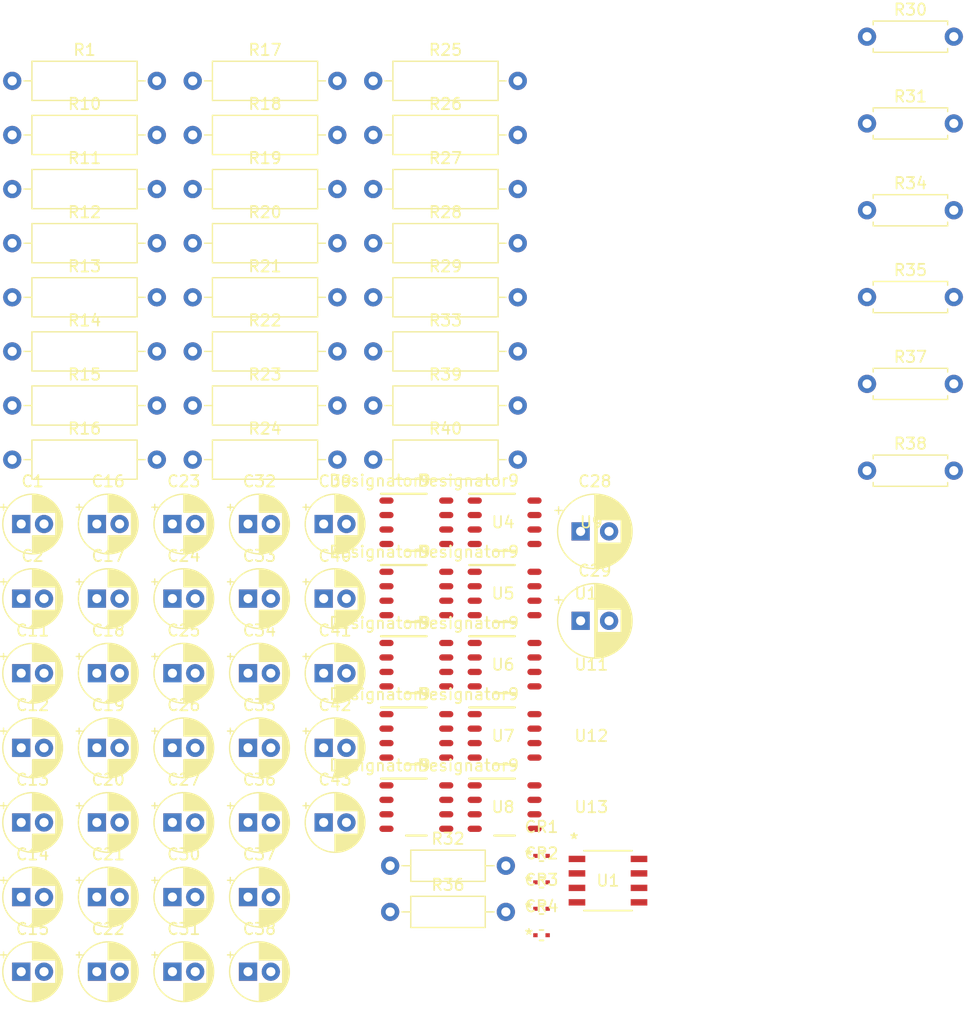
<source format=kicad_pcb>
(kicad_pcb (version 20221018) (generator pcbnew)
  (layers (0 "F.Cu" signal) (31 "B.Cu" signal) (34 "B.Paste" user) (35 "F.Paste" user) (36 "B.SilkS" user "B.Silkscreen") (37 "F.SilkS" user "F.Silkscreen") (38 "B.Mask" user) (39 "F.Mask" user) (44 "Edge.Cuts" user))
  (net 0 "")
  (net 1 "Notch_out")
  (net 2 "V++")
  (net 3 "V--")
  (net 4 "Net-(C11-Pad1)")
  (net 5 "Net-(C11-Pad2)")
  (net 6 "Net-(U4A-IN-)")
  (net 7 "Net-(U4A-OUT)")
  (net 8 "/Vout1")
  (net 9 "Net-(U6A-OUT)")
  (net 10 "Notch_in")
  (net 11 "Net-(C30-Pad2)")
  (net 12 "Net-(U10A-IN+)")
  (net 13 "Net-(U11A-IN-)")
  (net 14 "Net-(C32-Pad2)")
  (net 15 "Net-(U10A-IN-)")
  (net 16 "Net-(C37-Pad2)")
  (net 17 "Net-(U13A-IN-)")
  (net 18 "Net-(C38-Pad2)")
  (net 19 "Net-(U12A-IN+)")
  (net 20 "Net-(R1-Pad1)")
  (net 21 "Net-(R1-Pad2)")
  (net 22 "Electrode+")
  (net 23 "Electrode-")
  (net 24 "DRL_in")
  (net 25 "Net-(U5A-IN-)")
  (net 26 "Net-(U1-+)")
  (net 27 "Net-(U1--)")
  (net 28 "Electrode_DRL")
  (net 29 "Net-(U7A-IN-)")
  (net 30 "Net-(U7A-OUT)")
  (net 31 "Inv_Summing_Amp_in")
  (net 32 "Net-(R24-Pad2)")
  (net 33 "Net-(U8A-OUT)")
  (net 34 "Net-(U9A-IN-)")
  (net 35 "EEG_out")
  (net 36 "Net-(U11A-IN+)")
  (net 37 "Net-(U12A-IN-)")
  (net 38 "Net-(U13A-IN+)")
  (footprint "Project_Footprint_Library:CR_0F1U2S9-7_DIO" (layer "F.Cu") (at 128.894525 114.657)
    (fp_text reference "CR3" (at 0 -2.54 unlocked) (layer "F.SilkS"))
    (fp_text value "D5V0F1U2S9-7")
    (fp_text user "*" (at -1.1092 0) (layer "F.SilkS"))
    (fp_text user "*" (at -1.1092 0 unlocked) (layer "F.SilkS"))
    (pad "1" smd rect (at -0.5377 0) (size 0.381 0.3556) (layers "F.Cu" "F.Paste" "F.Mask") (net 5 "Net-(C11-Pad2)"))
    (pad "2" smd rect (at 0.5377 0) (size 0.381 0.3556) (layers "F.Cu" "F.Paste" "F.Mask") (net 3 "V--"))
  )
  (footprint "Resistor_THT:R_Axial_DIN0309_L9.0mm_D3.2mm_P12.70mm_Horizontal" (layer "F.Cu") (at 98.261125 75.23)
    (fp_text reference "R24" (at 6.35 -2.72) (layer "F.SilkS"))
    (fp_text value "2.37k")
    (pad "1" thru_hole circle (at 0 0) (size 1.6 1.6) (drill 0.8) (layers "*.Cu" "*.Mask") (net 31 "Inv_Summing_Amp_in"))
    (pad "2" thru_hole oval (at 12.7 0) (size 1.6 1.6) (drill 0.8) (layers "*.Cu" "*.Mask") (net 32 "Net-(R24-Pad2)"))
  )
  (footprint "Capacitor_THT:CP_Radial_D5.0mm_P2.00mm" (layer "F.Cu") (at 89.840675 80.88)
    (fp_text reference "C16" (at 1 -3.75) (layer "F.SilkS"))
    (fp_text value "0.1u")
    (pad "1" thru_hole rect (at 0 0) (size 1.6 1.6) (drill 0.8) (layers "*.Cu" "*.Mask") (net 1 "Notch_out"))
    (pad "2" thru_hole circle (at 2 0) (size 1.6 1.6) (drill 0.8) (layers "*.Cu" "*.Mask") (net 2 "V++"))
  )
  (footprint "Resistor_THT:R_Axial_DIN0207_L6.3mm_D2.5mm_P7.62mm_Horizontal" (layer "F.Cu") (at 157.48 68.58)
    (fp_text reference "R37" (at 3.81 -2.37) (layer "F.SilkS"))
    (fp_text value "32k")
    (pad "1" thru_hole circle (at 0 0) (size 1.6 1.6) (drill 0.8) (layers "*.Cu" "*.Mask") (net 18 "Net-(C38-Pad2)"))
    (pad "2" thru_hole oval (at 7.62 0) (size 1.6 1.6) (drill 0.8) (layers "*.Cu" "*.Mask") (net 19 "Net-(U12A-IN+)"))
  )
  (footprint "Resistor_THT:R_Axial_DIN0309_L9.0mm_D3.2mm_P12.70mm_Horizontal" (layer "F.Cu") (at 82.411125 75.23)
    (fp_text reference "R16" (at 6.35 -2.72) (layer "F.SilkS"))
    (fp_text value "10k")
    (pad "1" thru_hole circle (at 0 0) (size 1.6 1.6) (drill 0.8) (layers "*.Cu" "*.Mask") (net 5 "Net-(C11-Pad2)"))
    (pad "2" thru_hole oval (at 12.7 0) (size 1.6 1.6) (drill 0.8) (layers "*.Cu" "*.Mask") (net 27 "Net-(U1--)"))
  )
  (footprint "Capacitor_THT:CP_Radial_D5.0mm_P2.00mm" (layer "F.Cu") (at 103.120225 120.18)
    (fp_text reference "C38" (at 1 -3.75) (layer "F.SilkS"))
    (fp_text value "0.2u")
    (pad "1" thru_hole rect (at 0 0) (size 1.6 1.6) (drill 0.8) (layers "*.Cu" "*.Mask") (net 17 "Net-(U13A-IN-)"))
    (pad "2" thru_hole circle (at 2 0) (size 1.6 1.6) (drill 0.8) (layers "*.Cu" "*.Mask") (net 18 "Net-(C38-Pad2)"))
  )
  (footprint "Capacitor_THT:CP_Radial_D5.0mm_P2.00mm" (layer "F.Cu") (at 109.76 80.88)
    (fp_text reference "C39" (at 1 -3.75) (layer "F.SilkS"))
    (fp_text value "0.1u")
    (pad "1" thru_hole rect (at 0 0) (size 1.6 1.6) (drill 0.8) (layers "*.Cu" "*.Mask") (net 16 "Net-(C37-Pad2)"))
    (pad "2" thru_hole circle (at 2 0) (size 1.6 1.6) (drill 0.8) (layers "*.Cu" "*.Mask") (net 19 "Net-(U12A-IN+)"))
  )
  (footprint "Resistor_THT:R_Axial_DIN0309_L9.0mm_D3.2mm_P12.70mm_Horizontal" (layer "F.Cu") (at 114.111125 60.98)
    (fp_text reference "R29" (at 6.35 -2.72) (layer "F.SilkS"))
    (fp_text value "R")
    (pad "1" thru_hole circle (at 0 0) (size 1.6 1.6) (drill 0.8) (layers "*.Cu" "*.Mask") (net 33 "Net-(U8A-OUT)"))
    (pad "2" thru_hole oval (at 12.7 0) (size 1.6 1.6) (drill 0.8) (layers "*.Cu" "*.Mask") (net 34 "Net-(U9A-IN-)"))
  )
  (footprint "Capacitor_THT:CP_Radial_D5.0mm_P2.00mm" (layer "F.Cu") (at 83.2009 100.53)
    (fp_text reference "C12" (at 1 -3.75) (layer "F.SilkS"))
    (fp_text value "5.6n")
    (pad "1" thru_hole rect (at 0 0) (size 1.6 1.6) (drill 0.8) (layers "*.Cu" "*.Mask") (net 4 "Net-(C11-Pad1)"))
    (pad "2" thru_hole circle (at 2 0) (size 1.6 1.6) (drill 0.8) (layers "*.Cu" "*.Mask") (net 1 "Notch_out"))
  )
  (footprint "Resistor_THT:R_Axial_DIN0309_L9.0mm_D3.2mm_P12.70mm_Horizontal" (layer "F.Cu") (at 98.261125 65.73)
    (fp_text reference "R22" (at 6.35 -2.72) (layer "F.SilkS"))
    (fp_text value "100k")
    (pad "1" thru_hole circle (at 0 0) (size 1.6 1.6) (drill 0.8) (layers "*.Cu" "*.Mask") (net 29 "Net-(U7A-IN-)"))
    (pad "2" thru_hole oval (at 12.7 0) (size 1.6 1.6) (drill 0.8) (layers "*.Cu" "*.Mask") (net 30 "Net-(U7A-OUT)"))
  )
  (footprint "Capacitor_THT:CP_Radial_D5.0mm_P2.00mm" (layer "F.Cu") (at 96.48045 120.18)
    (fp_text reference "C31" (at 1 -3.75) (layer "F.SilkS"))
    (fp_text value "0.1u")
    (pad "1" thru_hole rect (at 0 0) (size 1.6 1.6) (drill 0.8) (layers "*.Cu" "*.Mask") (net 11 "Net-(C30-Pad2)"))
    (pad "2" thru_hole circle (at 2 0) (size 1.6 1.6) (drill 0.8) (layers "*.Cu" "*.Mask") (net 12 "Net-(U10A-IN+)"))
  )
  (footprint "Capacitor_THT:CP_Radial_D5.0mm_P2.00mm" (layer "F.Cu") (at 83.2009 87.43)
    (fp_text reference "C2" (at 1 -3.75) (layer "F.SilkS"))
    (fp_text value "0.1u")
    (pad "1" thru_hole rect (at 0 0) (size 1.6 1.6) (drill 0.8) (layers "*.Cu" "*.Mask") (net 3 "V--"))
    (pad "2" thru_hole circle (at 2 0) (size 1.6 1.6) (drill 0.8) (layers "*.Cu" "*.Mask") (net 1 "Notch_out"))
  )
  (footprint "Capacitor_THT:CP_Radial_D5.0mm_P2.00mm" (layer "F.Cu") (at 103.120225 100.53)
    (fp_text reference "C35" (at 1 -3.75) (layer "F.SilkS"))
    (fp_text value "0.1u")
    (pad "1" thru_hole rect (at 0 0) (size 1.6 1.6) (drill 0.8) (layers "*.Cu" "*.Mask") (net 1 "Notch_out"))
    (pad "2" thru_hole circle (at 2 0) (size 1.6 1.6) (drill 0.8) (layers "*.Cu" "*.Mask") (net 2 "V++"))
  )
  (footprint "Capacitor_THT:CP_Radial_D5.0mm_P2.00mm" (layer "F.Cu") (at 89.840675 107.08)
    (fp_text reference "C20" (at 1 -3.75) (layer "F.SilkS"))
    (fp_text value "0.1u")
    (pad "1" thru_hole rect (at 0 0) (size 1.6 1.6) (drill 0.8) (layers "*.Cu" "*.Mask") (net 3 "V--"))
    (pad "2" thru_hole circle (at 2 0) (size 1.6 1.6) (drill 0.8) (layers "*.Cu" "*.Mask") (net 1 "Notch_out"))
  )
  (footprint "Project_Footprint_Library:OPA172IDR" (layer "F.Cu") (at 125.651125 99.48)
    (fp_text reference "U12" (at 7.62 0 unlocked) (layer "F.SilkS"))
    (fp_text value "OPA172IDR")
    (fp_text user "Designator9" (at -3.2004 -3.6576 unlocked) (layer "F.SilkS"))
    (pad "1" smd oval (at -2.625001 -1.905 90) (size 0.549999 1.25) (layers "F.Cu" "F.Paste" "F.Mask"))
    (pad "2" smd oval (at -2.625001 -0.635 90) (size 0.549999 1.25) (layers "F.Cu" "F.Paste" "F.Mask") (net 37 "Net-(U12A-IN-)"))
    (pad "3" smd oval (at -2.625001 0.635 90) (size 0.549999 1.25) (layers "F.Cu" "F.Paste" "F.Mask") (net 19 "Net-(U12A-IN+)"))
    (pad "4" smd oval (at -2.625001 1.905 90) (size 0.549999 1.25) (layers "F.Cu" "F.Paste" "F.Mask") (net 3 "V--"))
    (pad "5" smd oval (at 2.624999 1.905 90) (size 0.549999 1.25) (layers "F.Cu" "F.Paste" "F.Mask"))
    (pad "6" smd oval (at 2.624999 0.635 90) (size 0.549999 1.25) (layers "F.Cu" "F.Paste" "F.Mask") (net 37 "Net-(U12A-IN-)"))
    (pad "7" smd oval (at 2.624999 -0.635 90) (size 0.549999 1.25) (layers "F.Cu" "F.Paste" "F.Mask") (net 2 "V++"))
    (pad "8" smd oval (at 2.624999 -1.905 90) (size 0.549999 1.25) (layers "F.Cu" "F.Paste" "F.Mask"))
  )
  (footprint "Resistor_THT:R_Axial_DIN0309_L9.0mm_D3.2mm_P12.70mm_Horizontal" (layer "F.Cu") (at 98.261125 46.73)
    (fp_text reference "R18" (at 6.35 -2.72) (layer "F.SilkS"))
    (fp_text value "10k")
    (pad "1" thru_hole circle (at 0 0) (size 1.6 1.6) (drill 0.8) (layers "*.Cu" "*.Mask") (net 7 "Net-(U4A-OUT)"))
    (pad "2" thru_hole oval (at 12.7 0) (size 1.6 1.6) (drill 0.8) (layers "*.Cu" "*.Mask") (net 28 "Electrode_DRL"))
  )
  (footprint "Project_Footprint_Library:OPA172IDR" (layer "F.Cu") (at 117.901126 93.23)
    (fp_text reference "U6" (at 7.62 0 unlocked) (layer "F.SilkS"))
    (fp_text value "OPA172IDR")
    (fp_text user "Designator9" (at -3.2004 -3.6576 unlocked) (layer "F.SilkS"))
    (pad "1" smd oval (at -2.625001 -1.905 90) (size 0.549999 1.25) (layers "F.Cu" "F.Paste" "F.Mask"))
    (pad "2" smd oval (at -2.625001 -0.635 90) (size 0.549999 1.25) (layers "F.Cu" "F.Paste" "F.Mask"))
    (pad "3" smd oval (at -2.625001 0.635 90) (size 0.549999 1.25) (layers "F.Cu" "F.Paste" "F.Mask") (net 8 "/Vout1"))
    (pad "4" smd oval (at -2.625001 1.905 90) (size 0.549999 1.25) (layers "F.Cu" "F.Paste" "F.Mask") (net 3 "V--"))
    (pad "5" smd oval (at 2.624999 1.905 90) (size 0.549999 1.25) (layers "F.Cu" "F.Paste" "F.Mask"))
    (pad "6" smd oval (at 2.624999 0.635 90) (size 0.549999 1.25) (layers "F.Cu" "F.Paste" "F.Mask") (net 9 "Net-(U6A-OUT)"))
    (pad "7" smd oval (at 2.624999 -0.635 90) (size 0.549999 1.25) (layers "F.Cu" "F.Paste" "F.Mask") (net 2 "V++"))
    (pad "8" smd oval (at 2.624999 -1.905 90) (size 0.549999 1.25) (layers "F.Cu" "F.Paste" "F.Mask"))
  )
  (footprint "Capacitor_THT:CP_Radial_D5.0mm_P2.00mm" (layer "F.Cu") (at 83.2009 93.98)
    (fp_text reference "C11" (at 1 -3.75) (layer "F.SilkS"))
    (fp_text value "33n")
    (pad "1" thru_hole rect (at 0 0) (size 1.6 1.6) (drill 0.8) (layers "*.Cu" "*.Mask") (net 4 "Net-(C11-Pad1)"))
    (pad "2" thru_hole circle (at 2 0) (size 1.6 1.6) (drill 0.8) (layers "*.Cu" "*.Mask") (net 5 "Net-(C11-Pad2)"))
  )
  (footprint "Resistor_THT:R_Axial_DIN0207_L6.3mm_D2.5mm_P10.16mm_Horizontal" (layer "F.Cu") (at 115.601125 114.93)
    (fp_text reference "R36" (at 5.08 -2.37) (layer "F.SilkS"))
    (fp_text value "16k")
    (pad "1" thru_hole circle (at 0 0) (size 1.6 1.6) (drill 0.8) (layers "*.Cu" "*.Mask") (net 17 "Net-(U13A-IN-)"))
    (pad "2" thru_hole oval (at 10.16 0) (size 1.6 1.6) (drill 0.8) (layers "*.Cu" "*.Mask") (net 16 "Net-(C37-Pad2)"))
  )
  (footprint "Resistor_THT:R_Axial_DIN0309_L9.0mm_D3.2mm_P12.70mm_Horizontal" (layer "F.Cu") (at 82.411125 46.73)
    (fp_text reference "R10" (at 6.35 -2.72) (layer "F.SilkS"))
    (fp_text value "4.99k")
    (pad "1" thru_hole circle (at 0 0) (size 1.6 1.6) (drill 0.8) (layers "*.Cu" "*.Mask") (net 22 "Electrode+"))
    (pad "2" thru_hole oval (at 12.7 0) (size 1.6 1.6) (drill 0.8) (layers "*.Cu" "*.Mask") (net 4 "Net-(C11-Pad1)"))
  )
  (footprint "Capacitor_THT:CP_Radial_D5.0mm_P2.00mm" (layer "F.Cu") (at 109.76 93.98)
    (fp_text reference "C41" (at 1 -3.75) (layer "F.SilkS"))
    (fp_text value "0.1u")
    (pad "1" thru_hole rect (at 0 0) (size 1.6 1.6) (drill 0.8) (layers "*.Cu" "*.Mask") (net 1 "Notch_out"))
    (pad "2" thru_hole circle (at 2 0) (size 1.6 1.6) (drill 0.8) (layers "*.Cu" "*.Mask") (net 2 "V++"))
  )
  (footprint "Resistor_THT:R_Axial_DIN0309_L9.0mm_D3.2mm_P12.70mm_Horizontal" (layer "F.Cu") (at 114.111125 70.48)
    (fp_text reference "R39" (at 6.35 -2.72) (layer "F.SilkS"))
    (fp_text value "10k")
    (pad "1" thru_hole circle (at 0 0) (size 1.6 1.6) (drill 0.8) (layers "*.Cu" "*.Mask") (net 38 "Net-(U13A-IN+)"))
    (pad "2" thru_hole oval (at 12.7 0) (size 1.6 1.6) (drill 0.8) (layers "*.Cu" "*.Mask") (net 1 "Notch_out"))
  )
  (footprint "Resistor_THT:R_Axial_DIN0309_L9.0mm_D3.2mm_P12.70mm_Horizontal" (layer "F.Cu") (at 114.111125 46.73)
    (fp_text reference "R26" (at 6.35 -2.72) (layer "F.SilkS"))
    (fp_text value "4.99k")
    (pad "1" thru_hole circle (at 0 0) (size 1.6 1.6) (drill 0.8) (layers "*.Cu" "*.Mask") (net 2 "V++"))
    (pad "2" thru_hole oval (at 12.7 0) (size 1.6 1.6) (drill 0.8) (layers "*.Cu" "*.Mask") (net 32 "Net-(R24-Pad2)"))
  )
  (footprint "Resistor_THT:R_Axial_DIN0309_L9.0mm_D3.2mm_P12.70mm_Horizontal" (layer "F.Cu") (at 98.261125 56.23)
    (fp_text reference "R20" (at 6.35 -2.72) (layer "F.SilkS"))
    (fp_text value "1.8k")
    (pad "1" thru_hole circle (at 0 0) (size 1.6 1.6) (drill 0.8) (layers "*.Cu" "*.Mask") (net 1 "Notch_out"))
    (pad "2" thru_hole oval (at 12.7 0) (size 1.6 1.6) (drill 0.8) (layers "*.Cu" "*.Mask") (net 8 "/Vout1"))
  )
  (footprint "Project_Footprint_Library:OPA172IDR" (layer "F.Cu") (at 117.901126 86.98)
    (fp_text reference "U5" (at 7.62 0 unlocked) (layer "F.SilkS"))
    (fp_text value "OPA172IDR")
    (fp_text user "Designator9" (at -3.2004 -3.6576 unlocked) (layer "F.SilkS"))
    (pad "1" smd oval (at -2.625001 -1.905 90) (size 0.549999 1.25) (layers "F.Cu" "F.Paste" "F.Mask"))
    (pad "2" smd oval (at -2.625001 -0.635 90) (size 0.549999 1.25) (layers "F.Cu" "F.Paste" "F.Mask") (net 25 "Net-(U5A-IN-)"))
    (pad "3" smd oval (at -2.625001 0.635 90) (size 0.549999 1.25) (layers "F.Cu" "F.Paste" "F.Mask") (net 24 "DRL_in"))
    (pad "4" smd oval (at -2.625001 1.905 90) (size 0.549999 1.25) (layers "F.Cu" "F.Paste" "F.Mask") (net 3 "V--"))
    (pad "5" smd oval (at 2.624999 1.905 90) (size 0.549999 1.25) (layers "F.Cu" "F.Paste" "F.Mask"))
    (pad "6" smd oval (at 2.624999 0.635 90) (size 0.549999 1.25) (layers "F.Cu" "F.Paste" "F.Mask") (net 25 "Net-(U5A-IN-)"))
    (pad "7" smd oval (at 2.624999 -0.635 90) (size 0.549999 1.25) (layers "F.Cu" "F.Paste" "F.Mask") (net 2 "V++"))
    (pad "8" smd oval (at 2.624999 -1.905 90) (size 0.549999 1.25) (layers "F.Cu" "F.Paste" "F.Mask"))
  )
  (footprint "Resistor_THT:R_Axial_DIN0309_L9.0mm_D3.2mm_P12.70mm_Horizontal" (layer "F.Cu") (at 98.261125 41.98)
    (fp_text reference "R17" (at 6.35 -2.72) (layer "F.SilkS"))
    (fp_text value "499k")
    (pad "1" thru_hole circle (at 0 0) (size 1.6 1.6) (drill 0.8) (layers "*.Cu" "*.Mask") (net 6 "Net-(U4A-IN-)"))
    (pad "2" thru_hole oval (at 12.7 0) (size 1.6 1.6) (drill 0.8) (layers "*.Cu" "*.Mask") (net 7 "Net-(U4A-OUT)"))
  )
  (footprint "Capacitor_THT:CP_Radial_D5.0mm_P2.00mm" (layer "F.Cu") (at 83.2009 107.08)
    (fp_text reference "C13" (at 1 -3.75) (layer "F.SilkS"))
    (fp_text value "5.6n")
    (pad "1" thru_hole rect (at 0 0) (size 1.6 1.6) (drill 0.8) (layers "*.Cu" "*.Mask") (net 1 "Notch_out"))
    (pad "2" thru_hole circle (at 2 0) (size 1.6 1.6) (drill 0.8) (layers "*.Cu" "*.Mask") (net 5 "Net-(C11-Pad2)"))
  )
  (footprint "Resistor_THT:R_Axial_DIN0309_L9.0mm_D3.2mm_P12.70mm_Horizontal" (layer "F.Cu") (at 114.111125 75.23)
    (fp_text reference "R40" (at 6.35 -2.72) (layer "F.SilkS"))
    (fp_text value "10k")
    (pad "1" thru_hole circle (at 0 0) (size 1.6 1.6) (drill 0.8) (layers "*.Cu" "*.Mask") (net 37 "Net-(U12A-IN-)"))
    (pad "2" thru_hole oval (at 12.7 0) (size 1.6 1.6) (drill 0.8) (layers "*.Cu" "*.Mask") (net 1 "Notch_out"))
  )
  (footprint "Resistor_THT:R_Axial_DIN0207_L6.3mm_D2.5mm_P7.62mm_Horizontal" (layer "F.Cu") (at 157.48 76.2)
    (fp_text reference "R38" (at 3.81 -2.37) (layer "F.SilkS"))
    (fp_text value "250")
    (pad "1" thru_hole circle (at 0 0) (size 1.6 1.6) (drill 0.8) (layers "*.Cu" "*.Mask") (net 37 "Net-(U12A-IN-)"))
    (pad "2" thru_hole oval (at 7.62 0) (size 1.6 1.6) (drill 0.8) (layers "*.Cu" "*.Mask") (net 38 "Net-(U13A-IN+)"))
  )
  (footprint "Capacitor_THT:CP_Radial_D5.0mm_P2.00mm" (layer "F.Cu") (at 83.2009 120.18)
    (fp_text reference "C15" (at 1 -3.75) (layer "F.SilkS"))
    (fp_text value "0.1u")
    (pad "1" thru_hole rect (at 0 0) (size 1.6 1.6) (drill 0.8) (layers "*.Cu" "*.Mask") (net 3 "V--"))
    (pad "2" thru_hole circle (at 2 0) (size 1.6 1.6) (drill 0.8) (layers "*.Cu" "*.Mask") (net 1 "Notch_out"))
  )
  (footprint "Capacitor_THT:CP_Radial_D5.0mm_P2.00mm" (layer "F.Cu") (at 83.2009 113.63)
    (fp_text reference "C14" (at 1 -3.75) (layer "F.SilkS"))
    (fp_text value "0.1u")
    (pad "1" thru_hole rect (at 0 0) (size 1.6 1.6) (drill 0.8) (layers "*.Cu" "*.Mask") (net 1 "Notch_out"))
    (pad "2" thru_hole circle (at 2 0) (size 1.6 1.6) (drill 0.8) (layers "*.Cu" "*.Mask") (net 2 "V++"))
  )
  (footprint "Capacitor_THT:CP_Radial_D5.0mm_P2.00mm" (layer "F.Cu") (at 103.120225 87.43)
    (fp_text reference "C33" (at 1 -3.75) (layer "F.SilkS"))
    (fp_text value "0.1u")
    (pad "1" thru_hole rect (at 0 0) (size 1.6 1.6) (drill 0.8) (layers "*.Cu" "*.Mask") (net 1 "Notch_out"))
    (pad "2" thru_hole circle (at 2 0) (size 1.6 1.6) (drill 0.8) (layers "*.Cu" "*.Mask") (net 2 "V++"))
  )
  (footprint "Resistor_THT:R_Axial_DIN0207_L6.3mm_D2.5mm_P7.62mm_Horizontal" (layer "F.Cu") (at 157.48 53.34)
    (fp_text reference "R34" (at 3.81 -2.37) (layer "F.SilkS"))
    (fp_text value "250")
    (pad "1" thru_hole circle (at 0 0) (size 1.6 1.6) (drill 0.8) (layers "*.Cu" "*.Mask") (net 15 "Net-(U10A-IN-)"))
    (pad "2" thru_hole oval (at 7.62 0) (size 1.6 1.6) (drill 0.8) (layers "*.Cu" "*.Mask") (net 36 "Net-(U11A-IN+)"))
  )
  (footprint "Capacitor_THT:CP_Radial_D5.0mm_P2.00mm" (layer "F.Cu") (at 103.120225 93.98)
    (fp_text reference "C34" (at 1 -3.75) (layer "F.SilkS"))
    (fp_text value "0.1u")
    (pad "1" thru_hole rect (at 0 0) (size 1.6 1.6) (drill 0.8) (layers "*.Cu" "*.Mask") (net 3 "V--"))
    (pad "2" thru_hole circle (at 2 0) (size 1.6 1.6) (drill 0.8) (layers "*.Cu" "*.Mask") (net 1 "Notch_out"))
  )
  (footprint "Project_Footprint_Library:CR_0F1U2S9-7_DIO" (layer "F.Cu") (at 128.894525 116.9778)
    (fp_text reference "CR4" (at 0 -2.54 unlocked) (layer "F.SilkS"))
    (fp_text value "D5V0F1U2S9-7")
    (fp_text user "*" (at -1.1092 0) (layer "F.SilkS"))
    (fp_text user "*" (at -1.1092 0 unlocked) (layer "F.SilkS"))
    (pad "1" smd rect (at -0.5377 0) (size 0.381 0.3556) (layers "F.Cu" "F.Paste" "F.Mask") (net 4 "Net-(C11-Pad1)"))
    (pad "2" smd rect (at 0.5377 0) (size 0.381 0.3556) (layers "F.Cu" "F.Paste" "F.Mask") (net 3 "V--"))
  )
  (footprint "Project_Footprint_Library:OPA172IDR" (layer "F.Cu") (at 117.901126 105.73)
    (fp_text reference "U8" (at 7.62 0 unlocked) (layer "F.SilkS"))
    (fp_text value "OPA172IDR")
    (fp_text user "Designator9" (at -3.2004 -3.6576 unlocked) (layer "F.SilkS"))
    (pad "1" smd oval (at -2.625001 -1.905 90) (size 0.549999 1.25) (layers "F.Cu" "F.Paste" "F.Mask"))
    (pad "2" smd oval (at -2.625001 -0.635 90) (size 0.549999 1.25) (layers "F.Cu" "F.Paste" "F.Mask") (net 31 "Inv_Summing_Amp_in"))
    (pad "3" smd oval (at -2.625001 0.635 90) (size 0.549999 1.25) (layers "F.Cu" "F.Paste" "F.Mask") (net 1 "Notch_out"))
    (pad "4" smd oval (at -2.625001 1.905 90) (size 0.549999 1.25) (layers "F.Cu" "F.Paste" "F.Mask") (net 3 "V--"))
    (pad "5" smd oval (at 2.624999 1.905 90) (size 0.549999 1.25) (layers "F.Cu" "F.Paste" "F.Mask"))
    (pad "6" smd oval (at 2.624999 0.635 90) (size 0.549999 1.25) (layers "F.Cu" "F.Paste" "F.Mask") (net 33 "Net-(U8A-OUT)"))
    (pad "7" smd oval (at 2.624999 -0.635 90) (size 0.549999 1.25) (layers "F.Cu" "F.Paste" "F.Mask") (net 2 "V++"))
    (pad "8" smd oval (at 2.624999 -1.905 90) (size 0.549999 1.25) (layers "F.Cu" "F.Paste" "F.Mask"))
  )
  (footprint "Capacitor_THT:CP_Radial_D5.0mm_P2.00mm" (layer "F.Cu") (at 109.76 87.43)
    (fp_text reference "C40" (at 1 -3.75) (layer "F.SilkS"))
    (fp_text value "0.1u")
    (pad "1" thru_hole rect (at 0 0) (size 1.6 1.6) (drill 0.8) (layers "*.Cu" "*.Mask") (net 3 "V--"))
    (pad "2" thru_hole circle (at 2 0) (size 1.6 1.6) (drill 0.8) (layers "*.Cu" "*.Mask") (net 1 "Notch_out"))
  )
  (footprint "Capacitor_THT:CP_Radial_D5.0mm_P2.00mm" (layer "F.Cu") (at 89.840675 120.18)
    (fp_text reference "C22" (at 1 -3.75) (layer "F.SilkS"))
    (fp_text value "0.1u")
    (pad "1" thru_hole rect (at 0 0) (size 1.6 1.6) (drill 0.8) (layers "*.Cu" "*.Mask") (net 1 "Notch_out"))
    (pad "2" thru_hole circle (at 2 0) (size 1.6 1.6) (drill 0.8) (layers "*.Cu" "*.Mask") (net 2 "V++"))
  )
  (footprint "Project_Footprint_Library:CR_0F1U2S9-7_DIO" (layer "F.Cu") (at 128.894525 110.0154)
    (fp_text reference "CR1" (at 0 -2.54 unlocked) (layer "F.SilkS"))
    (fp_text value "D5V0F1U2S9-7")
    (fp_text user "*" (at -1.1092 0 unlocked) (layer "F.SilkS"))
    (fp_text user "*" (at -1.1092 0) (layer "F.SilkS"))
    (pad "1" smd rect (at -0.5377 0) (size 0.381 0.3556) (layers "F.Cu" "F.Paste" "F.Mask") (net 2 "V++"))
    (pad "2" smd rect (at 0.5377 0) (size 0.381 0.3556) (layers "F.Cu" "F.Paste" "F.Mask") (net 5 "Net-(C11-Pad2)"))
  )
  (footprint "Capacitor_THT:CP_Radial_D5.0mm_P2.00mm" (layer "F.Cu") (at 103.120225 113.63)
    (fp_text reference "C37" (at 1 -3.75) (layer "F.SilkS"))
    (fp_text value "0.1u")
    (pad "1" thru_hole rect (at 0 0) (size 1.6 1.6) (drill 0.8) (layers "*.Cu" "*.Mask") (net 15 "Net-(U10A-IN-)"))
    (pad "2" thru_hole circle (at 2 0) (size 1.6 1.6) (drill 0.8) (layers "*.Cu" "*.Mask") (net 16 "Net-(C37-Pad2)"))
  )
  (footprint "Capacitor_THT:CP_Radial_D5.0mm_P2.00mm" (layer "F.Cu") (at 96.48045 93.98)
    (fp_text reference "C25" (at 1 -3.75) (layer "F.SilkS"))
    (fp_text value "0.1u")
    (pad "1" thru_hole rect (at 0 0) (size 1.6 1.6) (drill 0.8) (layers "*.Cu" "*.Mask") (net 3 "V--"))
    (pad "2" thru_hole circle (at 2 0) (size 1.6 1.6) (drill 0.8) (layers "*.Cu" "*.Mask") (net 1 "Notch_out"))
  )
  (footprint "Resistor_THT:R_Axial_DIN0309_L9.0mm_D3.2mm_P12.70mm_Horizontal" (layer "F.Cu") (at 98.261125 51.48)
    (fp_text reference "R19" (at 6.35 -2.72) (layer "F.SilkS"))
    (fp_text value "100k")
    (pad "1" thru_hole circle (at 0 0) (size 1.6 1.6) (drill 0.8) (layers "*.Cu" "*.Mask") (net 8 "/Vout1"))
    (pad "2" thru_hole oval (at 12.7 0) (size 1.6 1.6) (drill 0.8) (layers "*.Cu" "*.Mask") (net 9 "Net-(U6A-OUT)"))
  )
  (footprint "Resistor_THT:R_Axial_DIN0309_L9.0mm_D3.2mm_P12.70mm_Horizontal" (layer "F.Cu") (at 82.411125 70.48)
    (fp_text reference "R15" (at 6.35 -2.72) (layer "F.SilkS"))
    (fp_text value "10k")
    (pad "1" thru_hole circle (at 0 0) (size 1.6 1.6) (drill 0.8) (layers "*.Cu" "*.Mask") (net 4 "Net-(C11-Pad1)"))
    (pad "2" thru_hole oval (at 12.7 0) (size 1.6 1.6) (drill 0.8) (layers "*.Cu" "*.Mask") (net 26 "Net-(U1-+)"))
  )
  (footprint "Resistor_THT:R_Axial_DIN0309_L9.0mm_D3.2mm_P12.70mm_Horizontal" (layer "F.Cu") (at 82.411125 65.73)
    (fp_text reference "R14" (at 6.35 -2.72) (layer "F.SilkS"))
    (fp_text value "10k")
    (pad "1" thru_hole circle (at 0 0) (size 1.6 1.6) (drill 0.8) (layers "*.Cu" "*.Mask") (net 25 "Net-(U5A-IN-)"))
    (pad "2" thru_hole oval (at 12.7 0) (size 1.6 1.6) (drill 0.8) (layers "*.Cu" "*.Mask") (net 6 "Net-(U4A-IN-)"))
  )
  (footprint "Capacitor_THT:CP_Radial_D5.0mm_P2.00mm" (layer "F.Cu") (at 109.76 100.53)
    (fp_text reference "C42" (at 1 -3.75) (layer "F.SilkS"))
    (fp_text value "0.1u")
    (pad "1" thru_hole rect (at 0 0) (size 1.6 1.6) (drill 0.8) (layers "*.Cu" "*.Mask") (net 1 "Notch_out"))
    (pad "2" thru_hole circle (at 2 0) (size 1.6 1.6) (drill 0.8) (layers "*.Cu" "*.Mask") (net 2 "V++"))
  )
  (footprint "Capacitor_THT:CP_Radial_D5.0mm_P2.00mm" (layer "F.Cu") (at 89.840675 100.53)
    (fp_text reference "C19" (at 1 -3.75) (layer "F.SilkS"))
    (fp_text value "0.1u")
    (pad "1" thru_hole rect (at 0 0) (size 1.6 1.6) (drill 0.8) (layers "*.Cu" "*.Mask") (net 1 "Notch_out"))
    (pad "2" thru_hole circle (at 2 0) (size 1.6 1.6) (drill 0.8) (layers "*.Cu" "*.Mask") (net 2 "V++"))
  )
  (footprint "Project_Footprint_Library:OPA172IDR" (layer "F.Cu") (at 125.651125 105.73)
    (fp_text reference "U13" (at 7.62 0 unlocked) (layer "F.SilkS"))
    (fp_text value "OPA172IDR")
    (fp_text user "Designator9" (at -3.2004 -3.6576 unlocked) (layer "F.SilkS"))
    (pad "1" smd oval (at -2.625001 -1.905 90) (size 0.549999 1.25) (layers "F.Cu" "F.Paste" "F.Mask"))
    (pad "2" smd oval (at -2.625001 -0.635 90) (size 0.549999 1.25) (layers "F.Cu" "F.Paste" "F.Mask") (net 17 "Net-(U13A-IN-)"))
    (pad "3" smd oval (at -2.625001 0.635 90) (size 0.549999 1.25) (layers "F.Cu" "F.Paste" "F.Mask") (net 38 "Net-(U13A-IN+)"))
    (pad "4" smd oval (at -2.625001 1.905 90) (size 0.549999 1.25) (layers "F.Cu" "F.Paste" "F.Mask") (net 3 "V--"))
    (pad "5" smd oval (at 2.624999 1.905 90) (size 0.549999 1.25) (layers "F.Cu" "F.Paste" "F.Mask"))
    (pad "6" smd oval (at 2.624999 0.635 90) (size 0.549999 1.25) (layers "F.Cu" "F.Paste" "F.Mask") (net 17 "Net-(U13A-IN-)"))
    (pad "7" smd oval (at 2.624999 -0.635 90) (size 0.549999 1.25) (layers "F.Cu" "F.Paste" "F.Mask") (net 2 "V++"))
    (pad "8" smd oval (at 2.624999 -1.905 90) (size 0.549999 1.25) (layers "F.Cu" "F.Paste" "F.Mask"))
  )
  (footprint "Project_Footprint_Library:CR_0F1U2S9-7_DIO" (layer "F.Cu") (at 128.894525 112.3362)
    (fp_text reference "CR2" (at 0 -2.54 unlocked) (layer "F.SilkS"))
    (fp_text value "D5V0F1U2S9-7")
    (fp_text user "*" (at -1.1092 0 unlocked) (layer "F.SilkS"))
    (fp_text user "*" (at -1.1092 0) (layer "F.SilkS"))
    (pad "1" smd rect (at -0.5377 0) (size 0.381 0.3556) (layers "F.Cu" "F.Paste" "F.Mask") (net 2 "V++"))
    (pad "2" smd rect (at 0.5377 0) (size 0.381 0.3556) (layers "F.Cu" "F.Paste" "F.Mask") (net 4 "Net-(C11-Pad1)"))
  )
  (footprint "Resistor_THT:R_Axial_DIN0309_L9.0mm_D3.2mm_P12.70mm_Horizontal" (layer "F.Cu") (at 98.261125 60.98)
    (fp_text reference "R21" (at 6.35 -2.72) (layer "F.SilkS"))
    (fp_text value "5.6k")
    (pad "1" thru_hole circle (at 0 0) (size 1.6 1.6) (drill 0.8) (layers "*.Cu" "*.Mask") (net 9 "Net-(U6A-OUT)"))
    (pad "2" thru_hole oval (at 12.7 0) (size 1.6 1.6) (drill 0.8) (layers "*.Cu" "*.Mask") (net 29 "Net-(U7A-IN-)"))
  )
  (footprint "Capacitor_THT:CP_Radial_D5.0mm_P2.00mm" (layer "F.Cu") (at 103.120225 107.08)
    (fp_text reference "C36" (at 1 -3.75) (layer "F.SilkS"))
    (fp_text value "0.1u")
    (pad "1" thru_hole rect (at 0 0) (size 1.6 1.6) (drill 0.8) (layers "*.Cu" "*.Mask") (net 3 "V--"))
    (pad "2" thru_hole circle (at 2 0) (size 1.6 1.6) (drill 0.8) (layers "*.Cu" "*.Mask") (net 1 "Notch_out"))
  )
  (footprint "Capacitor_THT:CP_Radial_D6.3mm_P2.50mm" (layer "F.Cu") (at 132.326366 89.38)
    (fp_text reference "C29" (at 1.25 -4.4) (layer "F.SilkS"))
    (fp_text value "10u")
    (pad "1" thru_hole rect (at 0 0) (size 1.6 1.6) (drill 0.8) (layers "*.Cu" "*.Mask") (net 1 "Notch_out"))
    (pad "2" thru_hole circle (at 2.5 0) (size 1.6 1.6) (drill 0.8) (layers "*.Cu" "*.Mask") (net 2 "V++"))
  )
  (footprint "Resistor_THT:R_Axial_DIN0309_L9.0mm_D3.2mm_P12.70mm_Horizontal" (layer "F.Cu") (at 114.111125 65.73)
    (fp_text reference "R33" (at 6.35 -2.72) (layer "F.SilkS"))
    (fp_text value "10k")
    (pad "1" thru_hole circle (at 0 0) (size 1.6 1.6) (drill 0.8) (layers "*.Cu" "*.Mask") (net 36 "Net-(U11A-IN+)"))
    (pad "2" thru_hole oval (at 12.7 0) (size 1.6 1.6) (drill 0.8) (layers "*.Cu" "*.Mask") (net 1 "Notch_out"))
  )
  (footprint "Resistor_THT:R_Axial_DIN0207_L6.3mm_D2.5mm_P7.62mm_Horizontal" (layer "F.Cu") (at 157.48 38.1)
    (fp_text reference "R30" (at 3.81 -2.37) (layer "F.SilkS"))
    (fp_text value "32k")
    (pad "1" thru_hole circle (at 0 0) (size 1.6 1.6) (drill 0.8) (layers "*.Cu" "*.Mask") (net 10 "Notch_in"))
    (pad "2" thru_hole oval (at 7.62 0) (size 1.6 1.6) (drill 0.8) (layers "*.Cu" "*.Mask") (net 14 "Net-(C32-Pad2)"))
  )
  (footprint "Project_Footprint_Library:OPA172IDR" (layer "F.Cu") (at 125.651125 86.98)
    (fp_text reference "U10" (at 7.62 0 unlocked) (layer "F.SilkS"))
    (fp_text value "OPA172IDR")
    (fp_text user "Designator9" (at -3.2004 -3.6576 unlocked) (layer "F.SilkS"))
    (pad "1" smd oval (at -2.625001 -1.905 90) (size 0.549999 1.25) (layers "F.Cu" "F.Paste" "F.Mask"))
    (pad "2" smd oval (at -2.625001 -0.635 90) (size 0.549999 1.25) (layers "F.Cu" "F.Paste" "F.Mask") (net 15 "Net-(U10A-IN-)"))
    (pad "3" smd oval (at -2.625001 0.635 90) (size 0.549999 1.25) (layers "F.Cu" "F.Paste" "F.Mask") (net 12 "Net-(U10A-IN+)"))
    (pad "4" smd oval (at -2.625001 1.905 90) (size 0.549999 1.25) (layers "F.Cu" "F.Paste" "F.Mask") (net 3 "V--"))
    (pad "5" smd oval (at 2.624999 1.905 90) (size 0.549999 1.25) (layers "F.Cu" "F.Paste" "F.Mask"))
    (pad "6" smd oval (at 2.624999 0.635 90) (size 0.549999 1.25) (layers "F.Cu" "F.Paste" "F.Mask") (net 15 "Net-(U10A-IN-)"))
    (pad "7" smd oval (at 2.624999 -0.635 90) (size 0.549999 1.25) (layers "F.Cu" "F.Paste" "F.Mask") (net 2 "V++"))
    (pad "8" smd oval (at 2.624999 -1.905 90) (size 0.549999 1.25) (layers "F.Cu" "F.Paste" "F.Mask"))
  )
  (footprint "Capacitor_THT:CP_Radial_D5.0mm_P2.00mm" (layer "F.Cu") (at 96.48045 80.88)
    (fp_text reference "C23" (at 1 -3.75) (layer "F.SilkS"))
    (fp_text value "0.1u")
    (pad "1" thru_hole rect (at 0 0) (size 1.6 1.6) (drill 0.8) (layers "*.Cu" "*.Mask") (net 3 "V--"))
    (pad "2" thru_hole circle (at 2 0) (size 1.6 1.6) (drill 0.8) (layers "*.Cu" "*.Mask") (net 1 "Notch_out"))
  )
  (footprint "Resistor_THT:R_Axial_DIN0309_L9.0mm_D3.2mm_P12.70mm_Horizontal" (layer "F.Cu") (at 98.261125 70.48)
    (fp_text reference "R23" (at 6.35 -2.72) (layer "F.SilkS"))
    (fp_text value "2.37k")
    (pad "1" thru_hole circle (at 0 0) (size 1.6 1.6) (drill 0.8) (layers "*.Cu" "*.Mask") (net 30 "Net-(U7A-OUT)"))
    (pad "2" thru_hole oval (at 12.7 0) (size 1.6 1.6) (drill 0.8) (layers "*.Cu" "*.Mask") (net 31 "Inv_Summing_Amp_in"))
  )
  (footprint "Resistor_THT:R_Axial_DIN0309_L9.0mm_D3.2mm_P12.70mm_Horizontal" (layer "F.Cu") (at 114.111125 56.23)
    (fp_text reference "R28" (at 6.35 -2.72) (layer "F.SilkS"))
    (fp_text value "10k")
    (pad "1" thru_hole circle (at 0 0) (size 1.6 1.6) (drill 0.8) (layers "*.Cu" "*.Mask") (net 34 "Net-(U9A-IN-)"))
    (pad "2" thru_hole oval (at 12.7 0) (size 1.6 1.6) (drill 0.8) (layers "*.Cu" "*.Mask") (net 35 "EEG_out"))
  )
  (footprint "Capacitor_THT:CP_Radial_D5.0mm_P2.00mm" (layer "F.Cu") (at 96.48045 100.53)
    (fp_text reference "C26" (at 1 -3.75) (layer "F.SilkS"))
    (fp_text value "0.1u")
    (pad "1" thru_hole rect (at 0 0) (size 1.6 1.6) (drill 0.8) (layers "*.Cu" "*.Mask") (net 3 "V--"))
    (pad "2" thru_hole circle (at 2 0) (size 1.6 1.6) (drill 0.8) (layers "*.Cu" "*.Mask") (net 1 "Notch_out"))
  )
  (footprint "Resistor_THT:R_Axial_DIN0309_L9.0mm_D3.2mm_P12.70mm_Horizontal" (layer "F.Cu") (at 114.111125 41.98)
    (fp_text reference "R25" (at 6.35 -2.72) (layer "F.SilkS"))
    (fp_text value "10k")
    (pad "1" thru_hole circle (at 0 0) (size 1.6 1.6) (drill 0.8) (layers "*.Cu" "*.Mask") (net 1 "Notch_out"))
    (pad "2" thru_hole oval (at 12.7 0) (size 1.6 1.6) (drill 0.8) (layers "*.Cu" "*.Mask") (net 32 "Net-(R24-Pad2)"))
  )
  (footprint "Capacitor_THT:CP_Radial_D5.0mm_P2.00mm" (layer "F.Cu") (at 89.840675 87.43)
    (fp_text reference "C17" (at 1 -3.75) (layer "F.SilkS"))
    (fp_text value "0.1u")
    (pad "1" thru_hole rect (at 0 0) (size 1.6 1.6) (drill 0.8) (layers "*.Cu" "*.Mask") (net 3 "V--"))
    (pad "2" thru_hole circle (at 2 0) (size 1.6 1.6) (drill 0.8) (layers "*.Cu" "*.Mask") (net 1 "Notch_out"))
  )
  (footprint "Resistor_THT:R_Axial_DIN0309_L9.0mm_D3.2mm_P12.70mm_Horizontal" (layer "F.Cu") (at 82.411125 51.48)
    (fp_text reference "R11" (at 6.35 -2.72) (layer "F.SilkS"))
    (fp_text value "4.99k")
    (pad "1" thru_hole circle (at 0 0) (size 1.6 1.6) (drill 0.8) (layers "*.Cu" "*.Mask") (net 23 "Electrode-"))
    (pad "2" thru_hole oval (at 12.7 0) (size 1.6 1.6) (drill 0.8) (layers "*.Cu" "*.Mask") (net 5 "Net-(C11-Pad2)"))
  )
  (footprint "Resistor_THT:R_Axial_DIN0207_L6.3mm_D2.5mm_P7.62mm_Horizontal" (layer "F.Cu") (at 157.48 45.72)
    (fp_text reference "R31" (at 3.81 -2.37) (layer "F.SilkS"))
    (fp_text value "32k")
    (pad "1" thru_hole circle (at 0 0) (size 1.6 1.6) (drill 0.8) (layers "*.Cu" "*.Mask") (net 14 "Net-(C32-Pad2)"))
    (pad "2" thru_hole oval (at 7.62 0) (size 1.6 1.6) (drill 0.8) (layers "*.Cu" "*.Mask") (net 12 "Net-(U10A-IN+)"))
  )
  (footprint "Capacitor_THT:CP_Radial_D5.0mm_P2.00mm" (layer "F.Cu") (at 96.48045 107.08)
    (fp_text reference "C27" (at 1 -3.75) (layer "F.SilkS"))
    (fp_text value "0.1u")
    (pad "1" thru_hole rect (at 0 0) (size 1.6 1.6) (drill 0.8) (layers "*.Cu" "*.Mask") (net 1 "Notch_out"))
    (pad "2" thru_hole circle (at 2 0) (size 1.6 1.6) (drill 0.8) (layers "*.Cu" "*.Mask") (net 2 "V++"))
  )
  (footprint "Project_Footprint_Library:OPA172IDR" (layer "F.Cu") (at 117.901126 80.73)
    (fp_text reference "U4" (at 7.62 0 unlocked) (layer "F.SilkS"))
    (fp_text value "OPA172IDR")
    (fp_text user "Designator9" (at -3.2004 -3.6576 unlocked) (layer "F.SilkS"))
    (pad "1" smd oval (at -2.625001 -1.905 90) (size 0.549999 1.25) (layers "F.Cu" "F.Paste" "F.Mask"))
    (pad "2" smd oval (at -2.625001 -0.635 90) (size 0.549999 1.25) (layers "F.Cu" "F.Paste" "F.Mask") (net 6 "Net-(U4A-IN-)"))
    (pad "3" smd oval (at -2.625001 0.635 90) (size 0.549999 1.25) (layers "F.Cu" "F.Paste" "F.Mask") (net 1 "Notch_out"))
    (pad "4" smd oval (at -2.625001 1.905 90) (size 0.549999 1.25) (layers "F.Cu" "F.Paste" "F.Mask") (net 3 "V--"))
    (pad "5" smd oval (at 2.624999 1.905 90) (size 0.549999 1.25) (layers "F.Cu" "F.Paste" "F.Mask"))
    (pad "6" smd oval (at 2.624999 0.635 90) (size 0.549999 1.25) (layers "F.Cu" "F.Paste" "F.Mask") (net 7 "Net-(U4A-OUT)"))
    (pad "7" smd oval (at 2.624999 -0.635 90) (size 0.549999 1.25) (layers "F.Cu" "F.Paste" "F.Mask") (net 2 "V++"))
    (pad "8" smd oval (at 2.624999 -1.905 90) (size 0.549999 1.25) (layers "F.Cu" "F.Paste" "F.Mask"))
  )
  (footprint "Capacitor_THT:CP_Radial_D5.0mm_P2.00mm" (layer "F.Cu") (at 103.120225 80.88)
    (fp_text reference "C32" (at 1 -3.75) (layer "F.SilkS"))
    (fp_text value "0.2u")
    (pad "1" thru_hole rect (at 0 0) (size 1.6 1.6) (drill 0.8) (layers "*.Cu" "*.Mask") (net 13 "Net-(U11A-IN-)"))
    (pad "2" thru_hole circle (at 2 0) (size 1.6 1.6) (drill 0.8) (layers "*.Cu" "*.Mask") (net 14 "Net-(C32-Pad2)"))
  )
  (footprint "Project_Footprint_Library:OPA172IDR" (layer "F.Cu") (at 125.651125 93.23)
    (fp_text reference "U11" (at 7.62 0 unlocked) (layer "F.SilkS"))
    (fp_text value "OPA172IDR")
    (fp_text user "Designator9" (at -3.2004 -3.6576 unlocked) (layer "F.SilkS"))
    (pad "1" smd oval (at -2.625001 -1.905 90) (size 0.549999 1.25) (layers "F.Cu" "F.Paste" "F.Mask"))
    (pad "2" smd oval (at -2.625001 -0.635 90) (size 0.549999 1.25) (layers "F.Cu" "F.Paste" "F.Mask") (net 13 "Net-(U11A-IN-)"))
    (pad "3" smd oval (at -2.625001 0.635 90) (size 0.549999 1.25) (layers "F.Cu" "F.Paste" "F.Mask") (net 36 "Net-(U11A-IN+)"))
    (pad "4" smd oval (at -2.625001 1.905 90) (size 0.549999 1.25) (layers "F.Cu" "F.Paste" "F.Mask") (net 3 "V--"))
    (pad "5" smd oval (at 2.624999 1.905 90) (size 0.549999 1.25) (layers "F.Cu" "F.Paste" "F.Mask"))
    (pad "6" smd oval (at 2.624999 0.635 90) (size 0.549999 1.25) (layers "F.Cu" "F.Paste" "F.Mask") (net 13 "Net-(U11A-IN-)"))
    (pad "7" smd oval (at 2.624999 -0.635 90) (size 0.549999 1.25) (layers "F.Cu" "F.Paste" "F.Mask") (net 2 "V++"))
    (pad "8" smd oval (at 2.624999 -1.905 90) (size 0.549999 1.25) (layers "F.Cu" "F.Paste" "F.Mask"))
  )
  (footprint "Capacitor_THT:CP_Radial_D5.0mm_P2.00mm" (layer "F.Cu") (at 89.840675 113.63)
    (fp_text reference "C21" (at 1 -3.75) (layer "F.SilkS"))
    (fp_text value "33n")
    (pad "1" thru_hole rect (at 0 0) (size 1.6 1.6) (drill 0.8) (layers "*.Cu" "*.Mask") (net 8 "/Vout1"))
    (pad "2" thru_hole circle (at 2 0) (size 1.6 1.6) (drill 0.8) (layers "*.Cu" "*.Mask") (net 9 "Net-(U6A-OUT)"))
  )
  (footprint "Resistor_THT:R_Axial_DIN0207_L6.3mm_D2.5mm_P7.62mm_Horizontal" (layer "F.Cu") (at 157.48 60.96)
    (fp_text reference "R35" (at 3.81 -2.37) (layer "F.SilkS"))
    (fp_text value "32k")
    (pad "1" thru_hole circle (at 0 0) (size 1.6 1.6) (drill 0.8) (layers "*.Cu" "*.Mask") (net 15 "Net-(U10A-IN-)"))
    (pad "2" thru_hole oval (at 7.62 0) (size 1.6 1.6) (drill 0.8) (layers "*.Cu" "*.Mask") (net 18 "Net-(C38-Pad2)"))
  )
  (footprint "Resistor_THT:R_Axial_DIN0207_L6.3mm_D2.5mm_P10.16mm_Horizontal" (layer "F.Cu") (at 115.601125 110.88)
    (fp_text reference "R32" (at 5.08 -2.37) (layer "F.SilkS"))
    (fp_text value "16k")
    (pad "1" thru_hole circle (at 0 0) (size 1.6 1.6) (drill 0.8) (layers "*.Cu" "*.Mask") (net 13 "Net-(U11A-IN-)"))
    (pad "2" thru_hole oval (at 10.16 0) (size 1.6 1.6) (drill 0.8) (layers "*.Cu" "*.Mask") (net 11 "Net-(C30-Pad2)"))
  )
  (footprint "Project_Footprint_Library:OPA172IDR" (layer "F.Cu") (at 117.901126 99.48)
    (fp_text reference "U7" (at 7.62 0 unlocked) (layer "F.SilkS"))
    (fp_text value "OPA172IDR")
    (fp_text user "Designator9" (at -3.2004 -3.6576 unlocked) (layer "F.SilkS"))
    (pad "1" smd oval (at -2.625001 -1.905 90) (size 0.549999 1.25) (layers "F.Cu" "F.Paste" "F.Mask"))
    (pad "2" smd oval (at -2.625001 -0.635 90) (size 0.549999 1.25) (layers "F.Cu" "F.Paste" "F.Mask") (net 29 "Net-(U7A-IN-)"))
    (pad "3" smd oval (at -2.625001 0.635 90) (size 0.549999 1.25) (layers "F.Cu" "F.Paste" "F.Mask") (net 1 "Notch_out"))
    (pad "4" smd oval (at -2.625001 1.905 90) (size 0.549999 1.25) (layers "F.Cu" "F.Paste" "F.Mask") (net 3 "V--"))
    (pad "5" smd oval (at 2.624999 1.905 90) (size 0.549999 1.25) (layers "F.Cu" "F.Paste" "F.Mask"))
    (pad "6" smd oval (at 2.624999 0.635 90) (size 0.549999 1.25) (layers "F.Cu" "F.Paste" "F.Mask") (net 30 "Net-(U7A-OUT)"))
    (pad "7" smd oval (at 2.624999 -0.635 90) (size 0.549999 1.25) (layers "F.Cu" "F.Paste" "F.Mask") (net 2 "V++"))
    (pad "8" smd oval (at 2.624999 -1.905 90) (size 0.549999 1.25) (layers "F.Cu" "F.Paste" "F.Mask"))
  )
  (footprint "Resistor_THT:R_Axial_DIN0309_L9.0mm_D3.2mm_P12.70mm_Horizontal" (layer "F.Cu") (at 82.411125 56.23)
    (fp_text reference "R12" (at 6.35 -2.72) (layer "F.SilkS"))
    (fp_text value "22k")
    (pad "1" thru_hole circle (at 0 0) (size 1.6 1.6) (drill 0.8) (layers "*.Cu" "*.Mask") (net 24 "DRL_in"))
    (pad "2" thru_hole oval (at 12.7 0) (size 1.6 1.6) (drill 0.8) (layers "*.Cu" "*.Mask") (net 20 "Net-(R1-Pad1)"))
  )
  (footprint "Capacitor_THT:CP_Radial_D5.0mm_P2.00mm" (layer "F.Cu") (at 96.48045 87.43)
    (fp_text reference "C24" (at 1 -3.75) (layer "F.SilkS"))
    (fp_text value "0.1u")
    (pad "1" thru_hole rect (at 0 0) (size 1.6 1.6) (drill 0.8) (layers "*.Cu" "*.Mask") (net 1 "Notch_out"))
    (pad "2" thru_hole circle (at 2 0) (size 1.6 1.6) (drill 0.8) (layers "*.Cu" "*.Mask") (net 2 "V++"))
  )
  (footprint "Project_Footprint_Library:OPA172IDR" (layer "F.Cu") (at 125.651125 80.73)
    (fp_text reference "U9" (at 7.62 0 unlocked) (layer "F.SilkS"))
    (fp_text value "OPA172IDR")
    (fp_text user "Designator9" (at -3.2004 -3.6576 unlocked) (layer "F.SilkS"))
    (pad "1" smd oval (at -2.625001 -1.905 90) (size 0.549999 1.25) (layers "F.Cu" "F.Paste" "F.Mask"))
    (pad "2" smd oval (at -2.625001 -0.635 90) (size 0.549999 1.25) (layers "F.Cu" "F.Paste" "F.Mask") (net 34 "Net-(U9A-IN-)"))
    (pad "3" smd oval (at -2.625001 0.635 90) (size 0.549999 1.25) (layers "F.Cu" "F.Paste" "F.Mask") (net 1 "Notch_out"))
    (pad "4" smd oval (at -2.625001 1.905 90) (size 0.549999 1.25) (layers "F.Cu" "F.Paste" "F.Mask") (net 3 "V--"))
    (pad "5" smd oval (at 2.624999 1.905 90) (size 0.549999 1.25) (layers "F.Cu" "F.Paste" "F.Mask"))
    (pad "6" smd oval (at 2.624999 0.635 90) (size 0.549999 1.25) (layers "F.Cu" "F.Paste" "F.Mask") (net 35 "EEG_out"))
    (pad "7" smd oval (at 2.624999 -0.635 90) (size 0.549999 1.25) (layers "F.Cu" "F.Paste" "F.Mask") (net 2 "V++"))
    (pad "8" smd oval (at 2.624999 -1.905 90) (size 0.549999 1.25) (layers "F.Cu" "F.Paste" "F.Mask"))
  )
  (footprint "Capacitor_THT:CP_Radial_D5.0mm_P2.00mm" (layer "F.Cu") (at 109.76 107.08)
    (fp_text reference "C43" (at 1 -3.75) (layer "F.SilkS"))
    (fp_text value "0.1u")
    (pad "1" thru_hole rect (at 0 0) (size 1.6 1.6) (drill 0.8) (layers "*.Cu" "*.Mask") (net 3 "V--"))
    (pad "2" thru_hole circle (at 2 0) (size 1.6 1.6) (drill 0.8) (layers "*.Cu" "*.Mask") (net 1 "Notch_out"))
  )
  (footprint "Capacitor_THT:CP_Radial_D6.3mm_P2.50mm" (layer "F.Cu") (at 132.326366 81.53)
    (fp_text reference "C28" (at 1.25 -4.4) (layer "F.SilkS"))
    (fp_text value "10u")
    (pad "1" thru_hole rect (at 0 0) (size 1.6 1.6) (drill 0.8) (layers "*.Cu" "*.Mask") (net 3 "V--"))
    (pad "2" thru_hole circle (at 2.5 0) (size 1.6 1.6) (drill 0.8) (layers "*.Cu" "*.Mask") (net 1 "Notch_out"))
  )
  (footprint "Resistor_THT:R_Axial_DIN0309_L9.0mm_D3.2mm_P12.70mm_Horizontal" (layer "F.Cu") (at 114.111125 51.48)
    (fp_text reference "R27" (at 6.35 -2.72) (layer "F.SilkS"))
    (fp_text value "2.37k")
    (pad "1" thru_hole circle (at 0 0) (size 1.6 1.6) (drill 0.8) (layers "*.Cu" "*.Mask") (net 31 "Inv_Summing_Amp_in"))
    (pad "2" thru_hole oval (at 12.7 0) (size 1.6 1.6) (drill 0.8) (layers "*.Cu" "*.Mask") (net 33 "Net-(U8A-OUT)"))
  )
  (footprint "Capacitor_THT:CP_Radial_D5.0mm_P2.00mm" (layer "F.Cu") (at 89.840675 93.98)
    (fp_text reference "C18" (at 1 -3.75) (layer "F.SilkS"))
    (fp_text value "5.6n")
    (pad "1" thru_hole rect (at 0 0) (size 1.6 1.6) (drill 0.8) (layers "*.Cu" "*.Mask") (net 6 "Net-(U4A-IN-)"))
    (pad "2" thru_hole circle (at 2 0) (size 1.6 1.6) (drill 0.8) (layers "*.Cu" "*.Mask") (net 7 "Net-(U4A-OUT)"))
  )
  (footprint "Capacitor_THT:CP_Radial_D5.0mm_P2.00mm" (layer "F.Cu") (at 96.48045 113.63)
    (fp_text reference "C30" (at 1 -3.75) (layer "F.SilkS"))
    (fp_text value "0.1u")
    (pad "1" thru_hole rect (at 0 0) (size 1.6 1.6) (drill 0.8) (layers "*.Cu" "*.Mask") (net 10 "Notch_in"))
    (pad "2" thru_hole circle (at 2 0) (size 1.6 1.6) (drill 0.8) (layers "*.Cu" "*.Mask") (net 11 "Net-(C30-Pad2)"))
  )
  (footprint "Resistor_THT:R_Axial_DIN0309_L9.0mm_D3.2mm_P12.70mm_Horizontal" (layer "F.Cu") (at 82.411125 41.98)
    (fp_text reference "R1" (at 6.35 -2.72) (layer "F.SilkS"))
    (fp_text value "2k")
    (pad "1" thru_hole circle (at 0 0) (size 1.6 1.6) (drill 0.8) (layers "*.Cu" "*.Mask") (net 20 "Net-(R1-Pad1)"))
    (pad "2" thru_hole oval (at 12.7 0) (size 1.6 1.6) (drill 0.8) (layers "*.Cu" "*.Mask") (net 21 "Net-(R1-Pad2)"))
  )
  (footprint "Project_Footprint_Library:INA819ID" (layer "F.Cu") (at 134.730725 112.1871)
    (fp_text reference "U1" (at 0 0 unlocked) (layer "F.SilkS"))
    (fp_text value "INA819IDGK")
    (fp_text user "*" (at -2.97815 -3.6068) (layer "F.SilkS"))
    (fp_text user "*" (at -2.97815 -3.6068 unlocked) (layer "F.SilkS"))
    (pad "1" smd rect (at -2.72415 -1.905) (size 1.4605 0.5588) (layers "F.Cu" "F.Paste" "F.Mask") (net 27 "Net-(U1--)"))
    (pad "2" smd rect (at -2.72415 -0.635) (size 1.4605 0.5588) (layers "F.Cu" "F.Paste" "F.Mask") (net 20 "Net-(R1-Pad1)"))
    (pad "3" smd rect (at -2.72415 0.635) (size 1.4605 0.5588) (layers "F.Cu" "F.Paste" "F.Mask") (net 21 "Net-(R1-Pad2)"))
    (pad "4" smd rect (at -2.72415 1.905) (size 1.4605 0.5588) (layers "F.Cu" "F.Paste" "F.Mask") (net 26 "Net-(U1-+)"))
    (pad "5" smd rect (at 2.72415 1.905) (size 1.4605 0.5588) (layers "F.Cu" "F.Paste" "F.Mask") (net 3 "V--"))
    (pad "6" smd rect (at 2.72415 0.635) (size 1.4605 0.5588) (layers "F.Cu" "F.Paste" "F.Mask") (net 1 "Notch_out"))
    (pad "7" smd rect (at 2.72415 -0.635) (size 1.4605 0.5588) (layers "F.Cu" "F.Paste" "F.Mask") (net 8 "/Vout1"))
    (pad "8" smd rect (at 2.72415 -1.905) (size 1.4605 0.5588) (layers "F.Cu" "F.Paste" "F.Mask") (net 2 "V++"))
  )
  (footprint "Capacitor_THT:CP_Radial_D5.0mm_P2.00mm" (layer "F.Cu") (at 83.2009 80.88)
    (fp_text reference "C1" (at 1 -3.75) (layer "F.SilkS"))
    (fp_text value "0.1u")
    (pad "1" thru_hole rect (at 0 0) (size 1.6 1.6) (drill 0.8) (layers "*.Cu" "*.Mask") (net 1 "Notch_out"))
    (pad "2" thru_hole circle (at 2 0) (size 1.6 1.6) (drill 0.8) (layers "*.Cu" "*.Mask") (net 2 "V++"))
  )
  (footprint "Resistor_THT:R_Axial_DIN0309_L9.0mm_D3.2mm_P12.70mm_Horizontal" (layer "F.Cu") (at 82.411125 60.98)
    (fp_text reference "R13" (at 6.35 -2.72) (layer "F.SilkS"))
    (fp_text value "22k")
    (pad "1" thru_hole circle (at 0 0) (size 1.6 1.6) (drill 0.8) (layers "*.Cu" "*.Mask") (net 24 "DRL_in"))
    (pad "2" thru_hole oval (at 12.7 0) (size 1.6 1.6) (drill 0.8) (layers "*.Cu" "*.Mask") (net 21 "Net-(R1-Pad2)"))
  )
)
</source>
